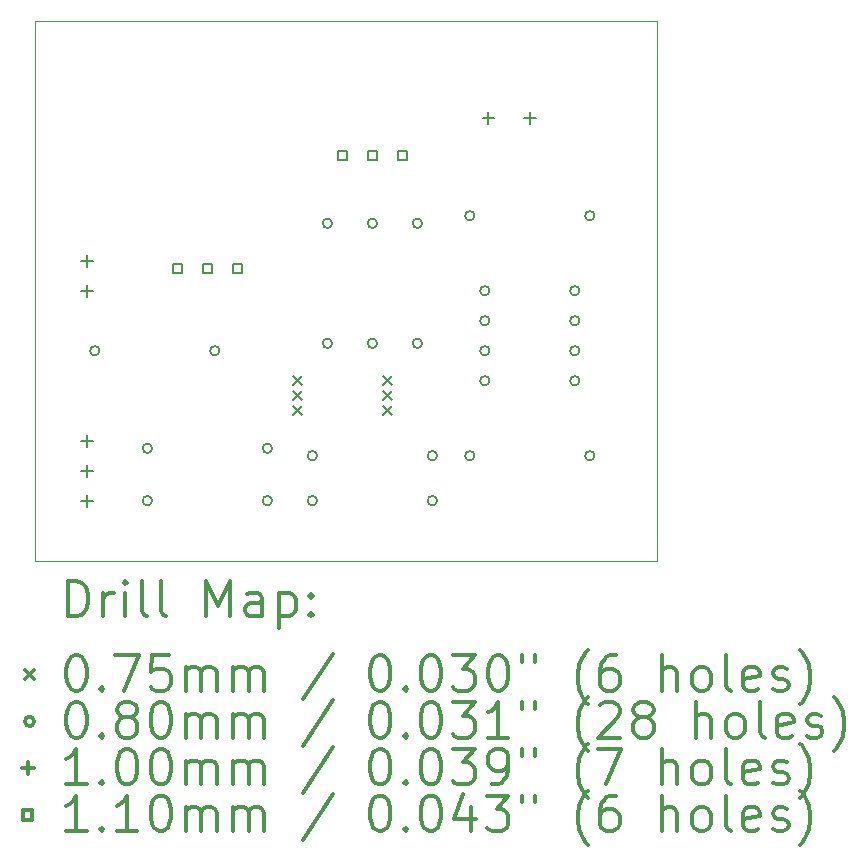
<source format=gbr>
%FSLAX45Y45*%
G04 Gerber Fmt 4.5, Leading zero omitted, Abs format (unit mm)*
G04 Created by KiCad (PCBNEW 5.1.6~rc1+dfsg1-1) date 2020-04-23 19:30:38*
%MOMM*%
%LPD*%
G01*
G04 APERTURE LIST*
%TA.AperFunction,Profile*%
%ADD10C,0.100000*%
%TD*%
%ADD11C,0.200000*%
%ADD12C,0.300000*%
G04 APERTURE END LIST*
D10*
X6731000Y-1460500D02*
X6731000Y-6032500D01*
X1460500Y-1460500D02*
X6731000Y-1460500D01*
X1460500Y-6032500D02*
X1460500Y-1460500D01*
X6731000Y-6032500D02*
X1460500Y-6032500D01*
D11*
X3645500Y-4471000D02*
X3720500Y-4546000D01*
X3720500Y-4471000D02*
X3645500Y-4546000D01*
X3645500Y-4598000D02*
X3720500Y-4673000D01*
X3720500Y-4598000D02*
X3645500Y-4673000D01*
X3645500Y-4725000D02*
X3720500Y-4800000D01*
X3720500Y-4725000D02*
X3645500Y-4800000D01*
X4407500Y-4471000D02*
X4482500Y-4546000D01*
X4482500Y-4471000D02*
X4407500Y-4546000D01*
X4407500Y-4598000D02*
X4482500Y-4673000D01*
X4482500Y-4598000D02*
X4407500Y-4673000D01*
X4407500Y-4725000D02*
X4482500Y-4800000D01*
X4482500Y-4725000D02*
X4407500Y-4800000D01*
X3850000Y-5524500D02*
G75*
G03*
X3850000Y-5524500I-40000J0D01*
G01*
X4866000Y-5524500D02*
G75*
G03*
X4866000Y-5524500I-40000J0D01*
G01*
X3850000Y-5143500D02*
G75*
G03*
X3850000Y-5143500I-40000J0D01*
G01*
X4866000Y-5143500D02*
G75*
G03*
X4866000Y-5143500I-40000J0D01*
G01*
X5183500Y-5143500D02*
G75*
G03*
X5183500Y-5143500I-40000J0D01*
G01*
X6199500Y-5143500D02*
G75*
G03*
X6199500Y-5143500I-40000J0D01*
G01*
X5310500Y-3746500D02*
G75*
G03*
X5310500Y-3746500I-40000J0D01*
G01*
X5310500Y-4000500D02*
G75*
G03*
X5310500Y-4000500I-40000J0D01*
G01*
X5310500Y-4254500D02*
G75*
G03*
X5310500Y-4254500I-40000J0D01*
G01*
X5310500Y-4508500D02*
G75*
G03*
X5310500Y-4508500I-40000J0D01*
G01*
X6072500Y-3746500D02*
G75*
G03*
X6072500Y-3746500I-40000J0D01*
G01*
X6072500Y-4000500D02*
G75*
G03*
X6072500Y-4000500I-40000J0D01*
G01*
X6072500Y-4254500D02*
G75*
G03*
X6072500Y-4254500I-40000J0D01*
G01*
X6072500Y-4508500D02*
G75*
G03*
X6072500Y-4508500I-40000J0D01*
G01*
X2453000Y-5080000D02*
G75*
G03*
X2453000Y-5080000I-40000J0D01*
G01*
X3469000Y-5080000D02*
G75*
G03*
X3469000Y-5080000I-40000J0D01*
G01*
X3977000Y-3175000D02*
G75*
G03*
X3977000Y-3175000I-40000J0D01*
G01*
X3977000Y-4191000D02*
G75*
G03*
X3977000Y-4191000I-40000J0D01*
G01*
X4739000Y-3175000D02*
G75*
G03*
X4739000Y-3175000I-40000J0D01*
G01*
X4739000Y-4191000D02*
G75*
G03*
X4739000Y-4191000I-40000J0D01*
G01*
X2453000Y-5524500D02*
G75*
G03*
X2453000Y-5524500I-40000J0D01*
G01*
X3469000Y-5524500D02*
G75*
G03*
X3469000Y-5524500I-40000J0D01*
G01*
X2008500Y-4254500D02*
G75*
G03*
X2008500Y-4254500I-40000J0D01*
G01*
X3024500Y-4254500D02*
G75*
G03*
X3024500Y-4254500I-40000J0D01*
G01*
X5183500Y-3111500D02*
G75*
G03*
X5183500Y-3111500I-40000J0D01*
G01*
X6199500Y-3111500D02*
G75*
G03*
X6199500Y-3111500I-40000J0D01*
G01*
X4358000Y-3175000D02*
G75*
G03*
X4358000Y-3175000I-40000J0D01*
G01*
X4358000Y-4191000D02*
G75*
G03*
X4358000Y-4191000I-40000J0D01*
G01*
X5301500Y-2236000D02*
X5301500Y-2336000D01*
X5251500Y-2286000D02*
X5351500Y-2286000D01*
X5651500Y-2236000D02*
X5651500Y-2336000D01*
X5601500Y-2286000D02*
X5701500Y-2286000D01*
X1905000Y-4966500D02*
X1905000Y-5066500D01*
X1855000Y-5016500D02*
X1955000Y-5016500D01*
X1905000Y-5220500D02*
X1905000Y-5320500D01*
X1855000Y-5270500D02*
X1955000Y-5270500D01*
X1905000Y-5474500D02*
X1905000Y-5574500D01*
X1855000Y-5524500D02*
X1955000Y-5524500D01*
X1905000Y-3442500D02*
X1905000Y-3542500D01*
X1855000Y-3492500D02*
X1955000Y-3492500D01*
X1905000Y-3696500D02*
X1905000Y-3796500D01*
X1855000Y-3746500D02*
X1955000Y-3746500D01*
X4102891Y-2642391D02*
X4102891Y-2564609D01*
X4025109Y-2564609D01*
X4025109Y-2642391D01*
X4102891Y-2642391D01*
X4356891Y-2642391D02*
X4356891Y-2564609D01*
X4279109Y-2564609D01*
X4279109Y-2642391D01*
X4356891Y-2642391D01*
X4610891Y-2642391D02*
X4610891Y-2564609D01*
X4533109Y-2564609D01*
X4533109Y-2642391D01*
X4610891Y-2642391D01*
X2705891Y-3594891D02*
X2705891Y-3517109D01*
X2628109Y-3517109D01*
X2628109Y-3594891D01*
X2705891Y-3594891D01*
X2959891Y-3594891D02*
X2959891Y-3517109D01*
X2882109Y-3517109D01*
X2882109Y-3594891D01*
X2959891Y-3594891D01*
X3213891Y-3594891D02*
X3213891Y-3517109D01*
X3136109Y-3517109D01*
X3136109Y-3594891D01*
X3213891Y-3594891D01*
D12*
X1741928Y-6503214D02*
X1741928Y-6203214D01*
X1813357Y-6203214D01*
X1856214Y-6217500D01*
X1884786Y-6246071D01*
X1899071Y-6274643D01*
X1913357Y-6331786D01*
X1913357Y-6374643D01*
X1899071Y-6431786D01*
X1884786Y-6460357D01*
X1856214Y-6488929D01*
X1813357Y-6503214D01*
X1741928Y-6503214D01*
X2041928Y-6503214D02*
X2041928Y-6303214D01*
X2041928Y-6360357D02*
X2056214Y-6331786D01*
X2070500Y-6317500D01*
X2099071Y-6303214D01*
X2127643Y-6303214D01*
X2227643Y-6503214D02*
X2227643Y-6303214D01*
X2227643Y-6203214D02*
X2213357Y-6217500D01*
X2227643Y-6231786D01*
X2241928Y-6217500D01*
X2227643Y-6203214D01*
X2227643Y-6231786D01*
X2413357Y-6503214D02*
X2384786Y-6488929D01*
X2370500Y-6460357D01*
X2370500Y-6203214D01*
X2570500Y-6503214D02*
X2541928Y-6488929D01*
X2527643Y-6460357D01*
X2527643Y-6203214D01*
X2913357Y-6503214D02*
X2913357Y-6203214D01*
X3013357Y-6417500D01*
X3113357Y-6203214D01*
X3113357Y-6503214D01*
X3384786Y-6503214D02*
X3384786Y-6346071D01*
X3370500Y-6317500D01*
X3341928Y-6303214D01*
X3284786Y-6303214D01*
X3256214Y-6317500D01*
X3384786Y-6488929D02*
X3356214Y-6503214D01*
X3284786Y-6503214D01*
X3256214Y-6488929D01*
X3241928Y-6460357D01*
X3241928Y-6431786D01*
X3256214Y-6403214D01*
X3284786Y-6388929D01*
X3356214Y-6388929D01*
X3384786Y-6374643D01*
X3527643Y-6303214D02*
X3527643Y-6603214D01*
X3527643Y-6317500D02*
X3556214Y-6303214D01*
X3613357Y-6303214D01*
X3641928Y-6317500D01*
X3656214Y-6331786D01*
X3670500Y-6360357D01*
X3670500Y-6446071D01*
X3656214Y-6474643D01*
X3641928Y-6488929D01*
X3613357Y-6503214D01*
X3556214Y-6503214D01*
X3527643Y-6488929D01*
X3799071Y-6474643D02*
X3813357Y-6488929D01*
X3799071Y-6503214D01*
X3784786Y-6488929D01*
X3799071Y-6474643D01*
X3799071Y-6503214D01*
X3799071Y-6317500D02*
X3813357Y-6331786D01*
X3799071Y-6346071D01*
X3784786Y-6331786D01*
X3799071Y-6317500D01*
X3799071Y-6346071D01*
X1380500Y-6960000D02*
X1455500Y-7035000D01*
X1455500Y-6960000D02*
X1380500Y-7035000D01*
X1799071Y-6833214D02*
X1827643Y-6833214D01*
X1856214Y-6847500D01*
X1870500Y-6861786D01*
X1884786Y-6890357D01*
X1899071Y-6947500D01*
X1899071Y-7018929D01*
X1884786Y-7076071D01*
X1870500Y-7104643D01*
X1856214Y-7118929D01*
X1827643Y-7133214D01*
X1799071Y-7133214D01*
X1770500Y-7118929D01*
X1756214Y-7104643D01*
X1741928Y-7076071D01*
X1727643Y-7018929D01*
X1727643Y-6947500D01*
X1741928Y-6890357D01*
X1756214Y-6861786D01*
X1770500Y-6847500D01*
X1799071Y-6833214D01*
X2027643Y-7104643D02*
X2041928Y-7118929D01*
X2027643Y-7133214D01*
X2013357Y-7118929D01*
X2027643Y-7104643D01*
X2027643Y-7133214D01*
X2141928Y-6833214D02*
X2341928Y-6833214D01*
X2213357Y-7133214D01*
X2599071Y-6833214D02*
X2456214Y-6833214D01*
X2441928Y-6976071D01*
X2456214Y-6961786D01*
X2484786Y-6947500D01*
X2556214Y-6947500D01*
X2584786Y-6961786D01*
X2599071Y-6976071D01*
X2613357Y-7004643D01*
X2613357Y-7076071D01*
X2599071Y-7104643D01*
X2584786Y-7118929D01*
X2556214Y-7133214D01*
X2484786Y-7133214D01*
X2456214Y-7118929D01*
X2441928Y-7104643D01*
X2741928Y-7133214D02*
X2741928Y-6933214D01*
X2741928Y-6961786D02*
X2756214Y-6947500D01*
X2784786Y-6933214D01*
X2827643Y-6933214D01*
X2856214Y-6947500D01*
X2870500Y-6976071D01*
X2870500Y-7133214D01*
X2870500Y-6976071D02*
X2884786Y-6947500D01*
X2913357Y-6933214D01*
X2956214Y-6933214D01*
X2984786Y-6947500D01*
X2999071Y-6976071D01*
X2999071Y-7133214D01*
X3141928Y-7133214D02*
X3141928Y-6933214D01*
X3141928Y-6961786D02*
X3156214Y-6947500D01*
X3184786Y-6933214D01*
X3227643Y-6933214D01*
X3256214Y-6947500D01*
X3270500Y-6976071D01*
X3270500Y-7133214D01*
X3270500Y-6976071D02*
X3284786Y-6947500D01*
X3313357Y-6933214D01*
X3356214Y-6933214D01*
X3384786Y-6947500D01*
X3399071Y-6976071D01*
X3399071Y-7133214D01*
X3984786Y-6818929D02*
X3727643Y-7204643D01*
X4370500Y-6833214D02*
X4399071Y-6833214D01*
X4427643Y-6847500D01*
X4441928Y-6861786D01*
X4456214Y-6890357D01*
X4470500Y-6947500D01*
X4470500Y-7018929D01*
X4456214Y-7076071D01*
X4441928Y-7104643D01*
X4427643Y-7118929D01*
X4399071Y-7133214D01*
X4370500Y-7133214D01*
X4341928Y-7118929D01*
X4327643Y-7104643D01*
X4313357Y-7076071D01*
X4299071Y-7018929D01*
X4299071Y-6947500D01*
X4313357Y-6890357D01*
X4327643Y-6861786D01*
X4341928Y-6847500D01*
X4370500Y-6833214D01*
X4599071Y-7104643D02*
X4613357Y-7118929D01*
X4599071Y-7133214D01*
X4584786Y-7118929D01*
X4599071Y-7104643D01*
X4599071Y-7133214D01*
X4799071Y-6833214D02*
X4827643Y-6833214D01*
X4856214Y-6847500D01*
X4870500Y-6861786D01*
X4884786Y-6890357D01*
X4899071Y-6947500D01*
X4899071Y-7018929D01*
X4884786Y-7076071D01*
X4870500Y-7104643D01*
X4856214Y-7118929D01*
X4827643Y-7133214D01*
X4799071Y-7133214D01*
X4770500Y-7118929D01*
X4756214Y-7104643D01*
X4741928Y-7076071D01*
X4727643Y-7018929D01*
X4727643Y-6947500D01*
X4741928Y-6890357D01*
X4756214Y-6861786D01*
X4770500Y-6847500D01*
X4799071Y-6833214D01*
X4999071Y-6833214D02*
X5184786Y-6833214D01*
X5084786Y-6947500D01*
X5127643Y-6947500D01*
X5156214Y-6961786D01*
X5170500Y-6976071D01*
X5184786Y-7004643D01*
X5184786Y-7076071D01*
X5170500Y-7104643D01*
X5156214Y-7118929D01*
X5127643Y-7133214D01*
X5041928Y-7133214D01*
X5013357Y-7118929D01*
X4999071Y-7104643D01*
X5370500Y-6833214D02*
X5399071Y-6833214D01*
X5427643Y-6847500D01*
X5441928Y-6861786D01*
X5456214Y-6890357D01*
X5470500Y-6947500D01*
X5470500Y-7018929D01*
X5456214Y-7076071D01*
X5441928Y-7104643D01*
X5427643Y-7118929D01*
X5399071Y-7133214D01*
X5370500Y-7133214D01*
X5341928Y-7118929D01*
X5327643Y-7104643D01*
X5313357Y-7076071D01*
X5299071Y-7018929D01*
X5299071Y-6947500D01*
X5313357Y-6890357D01*
X5327643Y-6861786D01*
X5341928Y-6847500D01*
X5370500Y-6833214D01*
X5584786Y-6833214D02*
X5584786Y-6890357D01*
X5699071Y-6833214D02*
X5699071Y-6890357D01*
X6141928Y-7247500D02*
X6127643Y-7233214D01*
X6099071Y-7190357D01*
X6084786Y-7161786D01*
X6070500Y-7118929D01*
X6056214Y-7047500D01*
X6056214Y-6990357D01*
X6070500Y-6918929D01*
X6084786Y-6876071D01*
X6099071Y-6847500D01*
X6127643Y-6804643D01*
X6141928Y-6790357D01*
X6384786Y-6833214D02*
X6327643Y-6833214D01*
X6299071Y-6847500D01*
X6284786Y-6861786D01*
X6256214Y-6904643D01*
X6241928Y-6961786D01*
X6241928Y-7076071D01*
X6256214Y-7104643D01*
X6270500Y-7118929D01*
X6299071Y-7133214D01*
X6356214Y-7133214D01*
X6384786Y-7118929D01*
X6399071Y-7104643D01*
X6413357Y-7076071D01*
X6413357Y-7004643D01*
X6399071Y-6976071D01*
X6384786Y-6961786D01*
X6356214Y-6947500D01*
X6299071Y-6947500D01*
X6270500Y-6961786D01*
X6256214Y-6976071D01*
X6241928Y-7004643D01*
X6770500Y-7133214D02*
X6770500Y-6833214D01*
X6899071Y-7133214D02*
X6899071Y-6976071D01*
X6884786Y-6947500D01*
X6856214Y-6933214D01*
X6813357Y-6933214D01*
X6784786Y-6947500D01*
X6770500Y-6961786D01*
X7084786Y-7133214D02*
X7056214Y-7118929D01*
X7041928Y-7104643D01*
X7027643Y-7076071D01*
X7027643Y-6990357D01*
X7041928Y-6961786D01*
X7056214Y-6947500D01*
X7084786Y-6933214D01*
X7127643Y-6933214D01*
X7156214Y-6947500D01*
X7170500Y-6961786D01*
X7184786Y-6990357D01*
X7184786Y-7076071D01*
X7170500Y-7104643D01*
X7156214Y-7118929D01*
X7127643Y-7133214D01*
X7084786Y-7133214D01*
X7356214Y-7133214D02*
X7327643Y-7118929D01*
X7313357Y-7090357D01*
X7313357Y-6833214D01*
X7584786Y-7118929D02*
X7556214Y-7133214D01*
X7499071Y-7133214D01*
X7470500Y-7118929D01*
X7456214Y-7090357D01*
X7456214Y-6976071D01*
X7470500Y-6947500D01*
X7499071Y-6933214D01*
X7556214Y-6933214D01*
X7584786Y-6947500D01*
X7599071Y-6976071D01*
X7599071Y-7004643D01*
X7456214Y-7033214D01*
X7713357Y-7118929D02*
X7741928Y-7133214D01*
X7799071Y-7133214D01*
X7827643Y-7118929D01*
X7841928Y-7090357D01*
X7841928Y-7076071D01*
X7827643Y-7047500D01*
X7799071Y-7033214D01*
X7756214Y-7033214D01*
X7727643Y-7018929D01*
X7713357Y-6990357D01*
X7713357Y-6976071D01*
X7727643Y-6947500D01*
X7756214Y-6933214D01*
X7799071Y-6933214D01*
X7827643Y-6947500D01*
X7941928Y-7247500D02*
X7956214Y-7233214D01*
X7984786Y-7190357D01*
X7999071Y-7161786D01*
X8013357Y-7118929D01*
X8027643Y-7047500D01*
X8027643Y-6990357D01*
X8013357Y-6918929D01*
X7999071Y-6876071D01*
X7984786Y-6847500D01*
X7956214Y-6804643D01*
X7941928Y-6790357D01*
X1455500Y-7393500D02*
G75*
G03*
X1455500Y-7393500I-40000J0D01*
G01*
X1799071Y-7229214D02*
X1827643Y-7229214D01*
X1856214Y-7243500D01*
X1870500Y-7257786D01*
X1884786Y-7286357D01*
X1899071Y-7343500D01*
X1899071Y-7414929D01*
X1884786Y-7472071D01*
X1870500Y-7500643D01*
X1856214Y-7514929D01*
X1827643Y-7529214D01*
X1799071Y-7529214D01*
X1770500Y-7514929D01*
X1756214Y-7500643D01*
X1741928Y-7472071D01*
X1727643Y-7414929D01*
X1727643Y-7343500D01*
X1741928Y-7286357D01*
X1756214Y-7257786D01*
X1770500Y-7243500D01*
X1799071Y-7229214D01*
X2027643Y-7500643D02*
X2041928Y-7514929D01*
X2027643Y-7529214D01*
X2013357Y-7514929D01*
X2027643Y-7500643D01*
X2027643Y-7529214D01*
X2213357Y-7357786D02*
X2184786Y-7343500D01*
X2170500Y-7329214D01*
X2156214Y-7300643D01*
X2156214Y-7286357D01*
X2170500Y-7257786D01*
X2184786Y-7243500D01*
X2213357Y-7229214D01*
X2270500Y-7229214D01*
X2299071Y-7243500D01*
X2313357Y-7257786D01*
X2327643Y-7286357D01*
X2327643Y-7300643D01*
X2313357Y-7329214D01*
X2299071Y-7343500D01*
X2270500Y-7357786D01*
X2213357Y-7357786D01*
X2184786Y-7372071D01*
X2170500Y-7386357D01*
X2156214Y-7414929D01*
X2156214Y-7472071D01*
X2170500Y-7500643D01*
X2184786Y-7514929D01*
X2213357Y-7529214D01*
X2270500Y-7529214D01*
X2299071Y-7514929D01*
X2313357Y-7500643D01*
X2327643Y-7472071D01*
X2327643Y-7414929D01*
X2313357Y-7386357D01*
X2299071Y-7372071D01*
X2270500Y-7357786D01*
X2513357Y-7229214D02*
X2541928Y-7229214D01*
X2570500Y-7243500D01*
X2584786Y-7257786D01*
X2599071Y-7286357D01*
X2613357Y-7343500D01*
X2613357Y-7414929D01*
X2599071Y-7472071D01*
X2584786Y-7500643D01*
X2570500Y-7514929D01*
X2541928Y-7529214D01*
X2513357Y-7529214D01*
X2484786Y-7514929D01*
X2470500Y-7500643D01*
X2456214Y-7472071D01*
X2441928Y-7414929D01*
X2441928Y-7343500D01*
X2456214Y-7286357D01*
X2470500Y-7257786D01*
X2484786Y-7243500D01*
X2513357Y-7229214D01*
X2741928Y-7529214D02*
X2741928Y-7329214D01*
X2741928Y-7357786D02*
X2756214Y-7343500D01*
X2784786Y-7329214D01*
X2827643Y-7329214D01*
X2856214Y-7343500D01*
X2870500Y-7372071D01*
X2870500Y-7529214D01*
X2870500Y-7372071D02*
X2884786Y-7343500D01*
X2913357Y-7329214D01*
X2956214Y-7329214D01*
X2984786Y-7343500D01*
X2999071Y-7372071D01*
X2999071Y-7529214D01*
X3141928Y-7529214D02*
X3141928Y-7329214D01*
X3141928Y-7357786D02*
X3156214Y-7343500D01*
X3184786Y-7329214D01*
X3227643Y-7329214D01*
X3256214Y-7343500D01*
X3270500Y-7372071D01*
X3270500Y-7529214D01*
X3270500Y-7372071D02*
X3284786Y-7343500D01*
X3313357Y-7329214D01*
X3356214Y-7329214D01*
X3384786Y-7343500D01*
X3399071Y-7372071D01*
X3399071Y-7529214D01*
X3984786Y-7214929D02*
X3727643Y-7600643D01*
X4370500Y-7229214D02*
X4399071Y-7229214D01*
X4427643Y-7243500D01*
X4441928Y-7257786D01*
X4456214Y-7286357D01*
X4470500Y-7343500D01*
X4470500Y-7414929D01*
X4456214Y-7472071D01*
X4441928Y-7500643D01*
X4427643Y-7514929D01*
X4399071Y-7529214D01*
X4370500Y-7529214D01*
X4341928Y-7514929D01*
X4327643Y-7500643D01*
X4313357Y-7472071D01*
X4299071Y-7414929D01*
X4299071Y-7343500D01*
X4313357Y-7286357D01*
X4327643Y-7257786D01*
X4341928Y-7243500D01*
X4370500Y-7229214D01*
X4599071Y-7500643D02*
X4613357Y-7514929D01*
X4599071Y-7529214D01*
X4584786Y-7514929D01*
X4599071Y-7500643D01*
X4599071Y-7529214D01*
X4799071Y-7229214D02*
X4827643Y-7229214D01*
X4856214Y-7243500D01*
X4870500Y-7257786D01*
X4884786Y-7286357D01*
X4899071Y-7343500D01*
X4899071Y-7414929D01*
X4884786Y-7472071D01*
X4870500Y-7500643D01*
X4856214Y-7514929D01*
X4827643Y-7529214D01*
X4799071Y-7529214D01*
X4770500Y-7514929D01*
X4756214Y-7500643D01*
X4741928Y-7472071D01*
X4727643Y-7414929D01*
X4727643Y-7343500D01*
X4741928Y-7286357D01*
X4756214Y-7257786D01*
X4770500Y-7243500D01*
X4799071Y-7229214D01*
X4999071Y-7229214D02*
X5184786Y-7229214D01*
X5084786Y-7343500D01*
X5127643Y-7343500D01*
X5156214Y-7357786D01*
X5170500Y-7372071D01*
X5184786Y-7400643D01*
X5184786Y-7472071D01*
X5170500Y-7500643D01*
X5156214Y-7514929D01*
X5127643Y-7529214D01*
X5041928Y-7529214D01*
X5013357Y-7514929D01*
X4999071Y-7500643D01*
X5470500Y-7529214D02*
X5299071Y-7529214D01*
X5384786Y-7529214D02*
X5384786Y-7229214D01*
X5356214Y-7272071D01*
X5327643Y-7300643D01*
X5299071Y-7314929D01*
X5584786Y-7229214D02*
X5584786Y-7286357D01*
X5699071Y-7229214D02*
X5699071Y-7286357D01*
X6141928Y-7643500D02*
X6127643Y-7629214D01*
X6099071Y-7586357D01*
X6084786Y-7557786D01*
X6070500Y-7514929D01*
X6056214Y-7443500D01*
X6056214Y-7386357D01*
X6070500Y-7314929D01*
X6084786Y-7272071D01*
X6099071Y-7243500D01*
X6127643Y-7200643D01*
X6141928Y-7186357D01*
X6241928Y-7257786D02*
X6256214Y-7243500D01*
X6284786Y-7229214D01*
X6356214Y-7229214D01*
X6384786Y-7243500D01*
X6399071Y-7257786D01*
X6413357Y-7286357D01*
X6413357Y-7314929D01*
X6399071Y-7357786D01*
X6227643Y-7529214D01*
X6413357Y-7529214D01*
X6584786Y-7357786D02*
X6556214Y-7343500D01*
X6541928Y-7329214D01*
X6527643Y-7300643D01*
X6527643Y-7286357D01*
X6541928Y-7257786D01*
X6556214Y-7243500D01*
X6584786Y-7229214D01*
X6641928Y-7229214D01*
X6670500Y-7243500D01*
X6684786Y-7257786D01*
X6699071Y-7286357D01*
X6699071Y-7300643D01*
X6684786Y-7329214D01*
X6670500Y-7343500D01*
X6641928Y-7357786D01*
X6584786Y-7357786D01*
X6556214Y-7372071D01*
X6541928Y-7386357D01*
X6527643Y-7414929D01*
X6527643Y-7472071D01*
X6541928Y-7500643D01*
X6556214Y-7514929D01*
X6584786Y-7529214D01*
X6641928Y-7529214D01*
X6670500Y-7514929D01*
X6684786Y-7500643D01*
X6699071Y-7472071D01*
X6699071Y-7414929D01*
X6684786Y-7386357D01*
X6670500Y-7372071D01*
X6641928Y-7357786D01*
X7056214Y-7529214D02*
X7056214Y-7229214D01*
X7184786Y-7529214D02*
X7184786Y-7372071D01*
X7170500Y-7343500D01*
X7141928Y-7329214D01*
X7099071Y-7329214D01*
X7070500Y-7343500D01*
X7056214Y-7357786D01*
X7370500Y-7529214D02*
X7341928Y-7514929D01*
X7327643Y-7500643D01*
X7313357Y-7472071D01*
X7313357Y-7386357D01*
X7327643Y-7357786D01*
X7341928Y-7343500D01*
X7370500Y-7329214D01*
X7413357Y-7329214D01*
X7441928Y-7343500D01*
X7456214Y-7357786D01*
X7470500Y-7386357D01*
X7470500Y-7472071D01*
X7456214Y-7500643D01*
X7441928Y-7514929D01*
X7413357Y-7529214D01*
X7370500Y-7529214D01*
X7641928Y-7529214D02*
X7613357Y-7514929D01*
X7599071Y-7486357D01*
X7599071Y-7229214D01*
X7870500Y-7514929D02*
X7841928Y-7529214D01*
X7784786Y-7529214D01*
X7756214Y-7514929D01*
X7741928Y-7486357D01*
X7741928Y-7372071D01*
X7756214Y-7343500D01*
X7784786Y-7329214D01*
X7841928Y-7329214D01*
X7870500Y-7343500D01*
X7884786Y-7372071D01*
X7884786Y-7400643D01*
X7741928Y-7429214D01*
X7999071Y-7514929D02*
X8027643Y-7529214D01*
X8084786Y-7529214D01*
X8113357Y-7514929D01*
X8127643Y-7486357D01*
X8127643Y-7472071D01*
X8113357Y-7443500D01*
X8084786Y-7429214D01*
X8041928Y-7429214D01*
X8013357Y-7414929D01*
X7999071Y-7386357D01*
X7999071Y-7372071D01*
X8013357Y-7343500D01*
X8041928Y-7329214D01*
X8084786Y-7329214D01*
X8113357Y-7343500D01*
X8227643Y-7643500D02*
X8241928Y-7629214D01*
X8270500Y-7586357D01*
X8284786Y-7557786D01*
X8299071Y-7514929D01*
X8313357Y-7443500D01*
X8313357Y-7386357D01*
X8299071Y-7314929D01*
X8284786Y-7272071D01*
X8270500Y-7243500D01*
X8241928Y-7200643D01*
X8227643Y-7186357D01*
X1405500Y-7739500D02*
X1405500Y-7839500D01*
X1355500Y-7789500D02*
X1455500Y-7789500D01*
X1899071Y-7925214D02*
X1727643Y-7925214D01*
X1813357Y-7925214D02*
X1813357Y-7625214D01*
X1784786Y-7668071D01*
X1756214Y-7696643D01*
X1727643Y-7710929D01*
X2027643Y-7896643D02*
X2041928Y-7910929D01*
X2027643Y-7925214D01*
X2013357Y-7910929D01*
X2027643Y-7896643D01*
X2027643Y-7925214D01*
X2227643Y-7625214D02*
X2256214Y-7625214D01*
X2284786Y-7639500D01*
X2299071Y-7653786D01*
X2313357Y-7682357D01*
X2327643Y-7739500D01*
X2327643Y-7810929D01*
X2313357Y-7868071D01*
X2299071Y-7896643D01*
X2284786Y-7910929D01*
X2256214Y-7925214D01*
X2227643Y-7925214D01*
X2199071Y-7910929D01*
X2184786Y-7896643D01*
X2170500Y-7868071D01*
X2156214Y-7810929D01*
X2156214Y-7739500D01*
X2170500Y-7682357D01*
X2184786Y-7653786D01*
X2199071Y-7639500D01*
X2227643Y-7625214D01*
X2513357Y-7625214D02*
X2541928Y-7625214D01*
X2570500Y-7639500D01*
X2584786Y-7653786D01*
X2599071Y-7682357D01*
X2613357Y-7739500D01*
X2613357Y-7810929D01*
X2599071Y-7868071D01*
X2584786Y-7896643D01*
X2570500Y-7910929D01*
X2541928Y-7925214D01*
X2513357Y-7925214D01*
X2484786Y-7910929D01*
X2470500Y-7896643D01*
X2456214Y-7868071D01*
X2441928Y-7810929D01*
X2441928Y-7739500D01*
X2456214Y-7682357D01*
X2470500Y-7653786D01*
X2484786Y-7639500D01*
X2513357Y-7625214D01*
X2741928Y-7925214D02*
X2741928Y-7725214D01*
X2741928Y-7753786D02*
X2756214Y-7739500D01*
X2784786Y-7725214D01*
X2827643Y-7725214D01*
X2856214Y-7739500D01*
X2870500Y-7768071D01*
X2870500Y-7925214D01*
X2870500Y-7768071D02*
X2884786Y-7739500D01*
X2913357Y-7725214D01*
X2956214Y-7725214D01*
X2984786Y-7739500D01*
X2999071Y-7768071D01*
X2999071Y-7925214D01*
X3141928Y-7925214D02*
X3141928Y-7725214D01*
X3141928Y-7753786D02*
X3156214Y-7739500D01*
X3184786Y-7725214D01*
X3227643Y-7725214D01*
X3256214Y-7739500D01*
X3270500Y-7768071D01*
X3270500Y-7925214D01*
X3270500Y-7768071D02*
X3284786Y-7739500D01*
X3313357Y-7725214D01*
X3356214Y-7725214D01*
X3384786Y-7739500D01*
X3399071Y-7768071D01*
X3399071Y-7925214D01*
X3984786Y-7610929D02*
X3727643Y-7996643D01*
X4370500Y-7625214D02*
X4399071Y-7625214D01*
X4427643Y-7639500D01*
X4441928Y-7653786D01*
X4456214Y-7682357D01*
X4470500Y-7739500D01*
X4470500Y-7810929D01*
X4456214Y-7868071D01*
X4441928Y-7896643D01*
X4427643Y-7910929D01*
X4399071Y-7925214D01*
X4370500Y-7925214D01*
X4341928Y-7910929D01*
X4327643Y-7896643D01*
X4313357Y-7868071D01*
X4299071Y-7810929D01*
X4299071Y-7739500D01*
X4313357Y-7682357D01*
X4327643Y-7653786D01*
X4341928Y-7639500D01*
X4370500Y-7625214D01*
X4599071Y-7896643D02*
X4613357Y-7910929D01*
X4599071Y-7925214D01*
X4584786Y-7910929D01*
X4599071Y-7896643D01*
X4599071Y-7925214D01*
X4799071Y-7625214D02*
X4827643Y-7625214D01*
X4856214Y-7639500D01*
X4870500Y-7653786D01*
X4884786Y-7682357D01*
X4899071Y-7739500D01*
X4899071Y-7810929D01*
X4884786Y-7868071D01*
X4870500Y-7896643D01*
X4856214Y-7910929D01*
X4827643Y-7925214D01*
X4799071Y-7925214D01*
X4770500Y-7910929D01*
X4756214Y-7896643D01*
X4741928Y-7868071D01*
X4727643Y-7810929D01*
X4727643Y-7739500D01*
X4741928Y-7682357D01*
X4756214Y-7653786D01*
X4770500Y-7639500D01*
X4799071Y-7625214D01*
X4999071Y-7625214D02*
X5184786Y-7625214D01*
X5084786Y-7739500D01*
X5127643Y-7739500D01*
X5156214Y-7753786D01*
X5170500Y-7768071D01*
X5184786Y-7796643D01*
X5184786Y-7868071D01*
X5170500Y-7896643D01*
X5156214Y-7910929D01*
X5127643Y-7925214D01*
X5041928Y-7925214D01*
X5013357Y-7910929D01*
X4999071Y-7896643D01*
X5327643Y-7925214D02*
X5384786Y-7925214D01*
X5413357Y-7910929D01*
X5427643Y-7896643D01*
X5456214Y-7853786D01*
X5470500Y-7796643D01*
X5470500Y-7682357D01*
X5456214Y-7653786D01*
X5441928Y-7639500D01*
X5413357Y-7625214D01*
X5356214Y-7625214D01*
X5327643Y-7639500D01*
X5313357Y-7653786D01*
X5299071Y-7682357D01*
X5299071Y-7753786D01*
X5313357Y-7782357D01*
X5327643Y-7796643D01*
X5356214Y-7810929D01*
X5413357Y-7810929D01*
X5441928Y-7796643D01*
X5456214Y-7782357D01*
X5470500Y-7753786D01*
X5584786Y-7625214D02*
X5584786Y-7682357D01*
X5699071Y-7625214D02*
X5699071Y-7682357D01*
X6141928Y-8039500D02*
X6127643Y-8025214D01*
X6099071Y-7982357D01*
X6084786Y-7953786D01*
X6070500Y-7910929D01*
X6056214Y-7839500D01*
X6056214Y-7782357D01*
X6070500Y-7710929D01*
X6084786Y-7668071D01*
X6099071Y-7639500D01*
X6127643Y-7596643D01*
X6141928Y-7582357D01*
X6227643Y-7625214D02*
X6427643Y-7625214D01*
X6299071Y-7925214D01*
X6770500Y-7925214D02*
X6770500Y-7625214D01*
X6899071Y-7925214D02*
X6899071Y-7768071D01*
X6884786Y-7739500D01*
X6856214Y-7725214D01*
X6813357Y-7725214D01*
X6784786Y-7739500D01*
X6770500Y-7753786D01*
X7084786Y-7925214D02*
X7056214Y-7910929D01*
X7041928Y-7896643D01*
X7027643Y-7868071D01*
X7027643Y-7782357D01*
X7041928Y-7753786D01*
X7056214Y-7739500D01*
X7084786Y-7725214D01*
X7127643Y-7725214D01*
X7156214Y-7739500D01*
X7170500Y-7753786D01*
X7184786Y-7782357D01*
X7184786Y-7868071D01*
X7170500Y-7896643D01*
X7156214Y-7910929D01*
X7127643Y-7925214D01*
X7084786Y-7925214D01*
X7356214Y-7925214D02*
X7327643Y-7910929D01*
X7313357Y-7882357D01*
X7313357Y-7625214D01*
X7584786Y-7910929D02*
X7556214Y-7925214D01*
X7499071Y-7925214D01*
X7470500Y-7910929D01*
X7456214Y-7882357D01*
X7456214Y-7768071D01*
X7470500Y-7739500D01*
X7499071Y-7725214D01*
X7556214Y-7725214D01*
X7584786Y-7739500D01*
X7599071Y-7768071D01*
X7599071Y-7796643D01*
X7456214Y-7825214D01*
X7713357Y-7910929D02*
X7741928Y-7925214D01*
X7799071Y-7925214D01*
X7827643Y-7910929D01*
X7841928Y-7882357D01*
X7841928Y-7868071D01*
X7827643Y-7839500D01*
X7799071Y-7825214D01*
X7756214Y-7825214D01*
X7727643Y-7810929D01*
X7713357Y-7782357D01*
X7713357Y-7768071D01*
X7727643Y-7739500D01*
X7756214Y-7725214D01*
X7799071Y-7725214D01*
X7827643Y-7739500D01*
X7941928Y-8039500D02*
X7956214Y-8025214D01*
X7984786Y-7982357D01*
X7999071Y-7953786D01*
X8013357Y-7910929D01*
X8027643Y-7839500D01*
X8027643Y-7782357D01*
X8013357Y-7710929D01*
X7999071Y-7668071D01*
X7984786Y-7639500D01*
X7956214Y-7596643D01*
X7941928Y-7582357D01*
X1439391Y-8224391D02*
X1439391Y-8146609D01*
X1361609Y-8146609D01*
X1361609Y-8224391D01*
X1439391Y-8224391D01*
X1899071Y-8321214D02*
X1727643Y-8321214D01*
X1813357Y-8321214D02*
X1813357Y-8021214D01*
X1784786Y-8064071D01*
X1756214Y-8092643D01*
X1727643Y-8106929D01*
X2027643Y-8292643D02*
X2041928Y-8306929D01*
X2027643Y-8321214D01*
X2013357Y-8306929D01*
X2027643Y-8292643D01*
X2027643Y-8321214D01*
X2327643Y-8321214D02*
X2156214Y-8321214D01*
X2241928Y-8321214D02*
X2241928Y-8021214D01*
X2213357Y-8064071D01*
X2184786Y-8092643D01*
X2156214Y-8106929D01*
X2513357Y-8021214D02*
X2541928Y-8021214D01*
X2570500Y-8035500D01*
X2584786Y-8049786D01*
X2599071Y-8078357D01*
X2613357Y-8135500D01*
X2613357Y-8206929D01*
X2599071Y-8264071D01*
X2584786Y-8292643D01*
X2570500Y-8306929D01*
X2541928Y-8321214D01*
X2513357Y-8321214D01*
X2484786Y-8306929D01*
X2470500Y-8292643D01*
X2456214Y-8264071D01*
X2441928Y-8206929D01*
X2441928Y-8135500D01*
X2456214Y-8078357D01*
X2470500Y-8049786D01*
X2484786Y-8035500D01*
X2513357Y-8021214D01*
X2741928Y-8321214D02*
X2741928Y-8121214D01*
X2741928Y-8149786D02*
X2756214Y-8135500D01*
X2784786Y-8121214D01*
X2827643Y-8121214D01*
X2856214Y-8135500D01*
X2870500Y-8164071D01*
X2870500Y-8321214D01*
X2870500Y-8164071D02*
X2884786Y-8135500D01*
X2913357Y-8121214D01*
X2956214Y-8121214D01*
X2984786Y-8135500D01*
X2999071Y-8164071D01*
X2999071Y-8321214D01*
X3141928Y-8321214D02*
X3141928Y-8121214D01*
X3141928Y-8149786D02*
X3156214Y-8135500D01*
X3184786Y-8121214D01*
X3227643Y-8121214D01*
X3256214Y-8135500D01*
X3270500Y-8164071D01*
X3270500Y-8321214D01*
X3270500Y-8164071D02*
X3284786Y-8135500D01*
X3313357Y-8121214D01*
X3356214Y-8121214D01*
X3384786Y-8135500D01*
X3399071Y-8164071D01*
X3399071Y-8321214D01*
X3984786Y-8006929D02*
X3727643Y-8392643D01*
X4370500Y-8021214D02*
X4399071Y-8021214D01*
X4427643Y-8035500D01*
X4441928Y-8049786D01*
X4456214Y-8078357D01*
X4470500Y-8135500D01*
X4470500Y-8206929D01*
X4456214Y-8264071D01*
X4441928Y-8292643D01*
X4427643Y-8306929D01*
X4399071Y-8321214D01*
X4370500Y-8321214D01*
X4341928Y-8306929D01*
X4327643Y-8292643D01*
X4313357Y-8264071D01*
X4299071Y-8206929D01*
X4299071Y-8135500D01*
X4313357Y-8078357D01*
X4327643Y-8049786D01*
X4341928Y-8035500D01*
X4370500Y-8021214D01*
X4599071Y-8292643D02*
X4613357Y-8306929D01*
X4599071Y-8321214D01*
X4584786Y-8306929D01*
X4599071Y-8292643D01*
X4599071Y-8321214D01*
X4799071Y-8021214D02*
X4827643Y-8021214D01*
X4856214Y-8035500D01*
X4870500Y-8049786D01*
X4884786Y-8078357D01*
X4899071Y-8135500D01*
X4899071Y-8206929D01*
X4884786Y-8264071D01*
X4870500Y-8292643D01*
X4856214Y-8306929D01*
X4827643Y-8321214D01*
X4799071Y-8321214D01*
X4770500Y-8306929D01*
X4756214Y-8292643D01*
X4741928Y-8264071D01*
X4727643Y-8206929D01*
X4727643Y-8135500D01*
X4741928Y-8078357D01*
X4756214Y-8049786D01*
X4770500Y-8035500D01*
X4799071Y-8021214D01*
X5156214Y-8121214D02*
X5156214Y-8321214D01*
X5084786Y-8006929D02*
X5013357Y-8221214D01*
X5199071Y-8221214D01*
X5284786Y-8021214D02*
X5470500Y-8021214D01*
X5370500Y-8135500D01*
X5413357Y-8135500D01*
X5441928Y-8149786D01*
X5456214Y-8164071D01*
X5470500Y-8192643D01*
X5470500Y-8264071D01*
X5456214Y-8292643D01*
X5441928Y-8306929D01*
X5413357Y-8321214D01*
X5327643Y-8321214D01*
X5299071Y-8306929D01*
X5284786Y-8292643D01*
X5584786Y-8021214D02*
X5584786Y-8078357D01*
X5699071Y-8021214D02*
X5699071Y-8078357D01*
X6141928Y-8435500D02*
X6127643Y-8421214D01*
X6099071Y-8378357D01*
X6084786Y-8349786D01*
X6070500Y-8306929D01*
X6056214Y-8235500D01*
X6056214Y-8178357D01*
X6070500Y-8106929D01*
X6084786Y-8064071D01*
X6099071Y-8035500D01*
X6127643Y-7992643D01*
X6141928Y-7978357D01*
X6384786Y-8021214D02*
X6327643Y-8021214D01*
X6299071Y-8035500D01*
X6284786Y-8049786D01*
X6256214Y-8092643D01*
X6241928Y-8149786D01*
X6241928Y-8264071D01*
X6256214Y-8292643D01*
X6270500Y-8306929D01*
X6299071Y-8321214D01*
X6356214Y-8321214D01*
X6384786Y-8306929D01*
X6399071Y-8292643D01*
X6413357Y-8264071D01*
X6413357Y-8192643D01*
X6399071Y-8164071D01*
X6384786Y-8149786D01*
X6356214Y-8135500D01*
X6299071Y-8135500D01*
X6270500Y-8149786D01*
X6256214Y-8164071D01*
X6241928Y-8192643D01*
X6770500Y-8321214D02*
X6770500Y-8021214D01*
X6899071Y-8321214D02*
X6899071Y-8164071D01*
X6884786Y-8135500D01*
X6856214Y-8121214D01*
X6813357Y-8121214D01*
X6784786Y-8135500D01*
X6770500Y-8149786D01*
X7084786Y-8321214D02*
X7056214Y-8306929D01*
X7041928Y-8292643D01*
X7027643Y-8264071D01*
X7027643Y-8178357D01*
X7041928Y-8149786D01*
X7056214Y-8135500D01*
X7084786Y-8121214D01*
X7127643Y-8121214D01*
X7156214Y-8135500D01*
X7170500Y-8149786D01*
X7184786Y-8178357D01*
X7184786Y-8264071D01*
X7170500Y-8292643D01*
X7156214Y-8306929D01*
X7127643Y-8321214D01*
X7084786Y-8321214D01*
X7356214Y-8321214D02*
X7327643Y-8306929D01*
X7313357Y-8278357D01*
X7313357Y-8021214D01*
X7584786Y-8306929D02*
X7556214Y-8321214D01*
X7499071Y-8321214D01*
X7470500Y-8306929D01*
X7456214Y-8278357D01*
X7456214Y-8164071D01*
X7470500Y-8135500D01*
X7499071Y-8121214D01*
X7556214Y-8121214D01*
X7584786Y-8135500D01*
X7599071Y-8164071D01*
X7599071Y-8192643D01*
X7456214Y-8221214D01*
X7713357Y-8306929D02*
X7741928Y-8321214D01*
X7799071Y-8321214D01*
X7827643Y-8306929D01*
X7841928Y-8278357D01*
X7841928Y-8264071D01*
X7827643Y-8235500D01*
X7799071Y-8221214D01*
X7756214Y-8221214D01*
X7727643Y-8206929D01*
X7713357Y-8178357D01*
X7713357Y-8164071D01*
X7727643Y-8135500D01*
X7756214Y-8121214D01*
X7799071Y-8121214D01*
X7827643Y-8135500D01*
X7941928Y-8435500D02*
X7956214Y-8421214D01*
X7984786Y-8378357D01*
X7999071Y-8349786D01*
X8013357Y-8306929D01*
X8027643Y-8235500D01*
X8027643Y-8178357D01*
X8013357Y-8106929D01*
X7999071Y-8064071D01*
X7984786Y-8035500D01*
X7956214Y-7992643D01*
X7941928Y-7978357D01*
M02*

</source>
